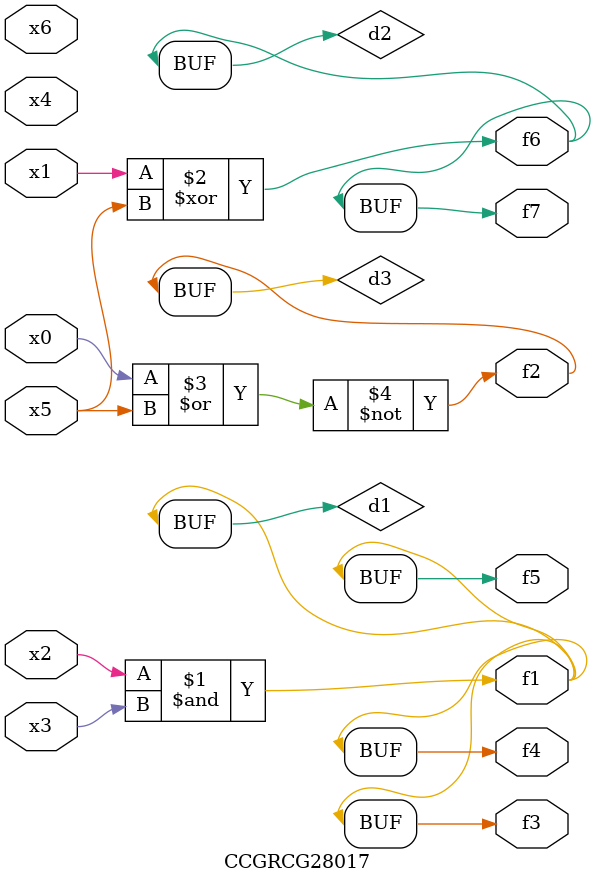
<source format=v>
module CCGRCG28017(
	input x0, x1, x2, x3, x4, x5, x6,
	output f1, f2, f3, f4, f5, f6, f7
);

	wire d1, d2, d3;

	and (d1, x2, x3);
	xor (d2, x1, x5);
	nor (d3, x0, x5);
	assign f1 = d1;
	assign f2 = d3;
	assign f3 = d1;
	assign f4 = d1;
	assign f5 = d1;
	assign f6 = d2;
	assign f7 = d2;
endmodule

</source>
